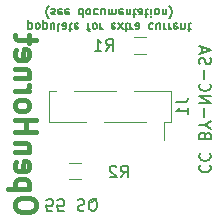
<source format=gbr>
G04 #@! TF.GenerationSoftware,KiCad,Pcbnew,(5.1.4-0-10_14)*
G04 #@! TF.CreationDate,2019-11-06T07:52:38+01:00*
G04 #@! TF.ProjectId,sq_indicator,73715f69-6e64-4696-9361-746f722e6b69,rev?*
G04 #@! TF.SameCoordinates,Original*
G04 #@! TF.FileFunction,Legend,Bot*
G04 #@! TF.FilePolarity,Positive*
%FSLAX46Y46*%
G04 Gerber Fmt 4.6, Leading zero omitted, Abs format (unit mm)*
G04 Created by KiCad (PCBNEW (5.1.4-0-10_14)) date 2019-11-06 07:52:38*
%MOMM*%
%LPD*%
G04 APERTURE LIST*
%ADD10C,0.150000*%
%ADD11C,0.400000*%
%ADD12C,0.175000*%
%ADD13C,0.120000*%
G04 APERTURE END LIST*
D10*
X175199337Y-97351646D02*
X175151718Y-97399265D01*
X175104099Y-97542122D01*
X175104099Y-97637360D01*
X175151718Y-97780218D01*
X175246956Y-97875456D01*
X175342194Y-97923075D01*
X175532670Y-97970694D01*
X175675527Y-97970694D01*
X175866003Y-97923075D01*
X175961241Y-97875456D01*
X176056480Y-97780218D01*
X176104099Y-97637360D01*
X176104099Y-97542122D01*
X176056480Y-97399265D01*
X176008860Y-97351646D01*
X175199337Y-96351646D02*
X175151718Y-96399265D01*
X175104099Y-96542122D01*
X175104099Y-96637360D01*
X175151718Y-96780218D01*
X175246956Y-96875456D01*
X175342194Y-96923075D01*
X175532670Y-96970694D01*
X175675527Y-96970694D01*
X175866003Y-96923075D01*
X175961241Y-96875456D01*
X176056480Y-96780218D01*
X176104099Y-96637360D01*
X176104099Y-96542122D01*
X176056480Y-96399265D01*
X176008860Y-96351646D01*
X175627908Y-94827837D02*
X175580289Y-94684980D01*
X175532670Y-94637360D01*
X175437432Y-94589741D01*
X175294575Y-94589741D01*
X175199337Y-94637360D01*
X175151718Y-94684980D01*
X175104099Y-94780218D01*
X175104099Y-95161170D01*
X176104099Y-95161170D01*
X176104099Y-94827837D01*
X176056480Y-94732599D01*
X176008860Y-94684980D01*
X175913622Y-94637360D01*
X175818384Y-94637360D01*
X175723146Y-94684980D01*
X175675527Y-94732599D01*
X175627908Y-94827837D01*
X175627908Y-95161170D01*
X175580289Y-93970694D02*
X175104099Y-93970694D01*
X176104099Y-94304027D02*
X175580289Y-93970694D01*
X176104099Y-93637360D01*
X175485051Y-93304027D02*
X175485051Y-92542122D01*
X175104099Y-92065932D02*
X176104099Y-92065932D01*
X175104099Y-91494503D01*
X176104099Y-91494503D01*
X175199337Y-90446884D02*
X175151718Y-90494503D01*
X175104099Y-90637360D01*
X175104099Y-90732599D01*
X175151718Y-90875456D01*
X175246956Y-90970694D01*
X175342194Y-91018313D01*
X175532670Y-91065932D01*
X175675527Y-91065932D01*
X175866003Y-91018313D01*
X175961241Y-90970694D01*
X176056480Y-90875456D01*
X176104099Y-90732599D01*
X176104099Y-90637360D01*
X176056480Y-90494503D01*
X176008860Y-90446884D01*
X175485051Y-90018313D02*
X175485051Y-89256408D01*
X175151718Y-88827837D02*
X175104099Y-88684980D01*
X175104099Y-88446884D01*
X175151718Y-88351646D01*
X175199337Y-88304027D01*
X175294575Y-88256408D01*
X175389813Y-88256408D01*
X175485051Y-88304027D01*
X175532670Y-88351646D01*
X175580289Y-88446884D01*
X175627908Y-88637360D01*
X175675527Y-88732599D01*
X175723146Y-88780218D01*
X175818384Y-88827837D01*
X175913622Y-88827837D01*
X176008860Y-88780218D01*
X176056480Y-88732599D01*
X176104099Y-88637360D01*
X176104099Y-88399265D01*
X176056480Y-88256408D01*
X175389813Y-87875456D02*
X175389813Y-87399265D01*
X175104099Y-87970694D02*
X176104099Y-87637360D01*
X175104099Y-87304027D01*
X162687432Y-101232599D02*
X162211241Y-101232599D01*
X162163622Y-100756408D01*
X162211241Y-100804027D01*
X162306480Y-100851646D01*
X162544575Y-100851646D01*
X162639813Y-100804027D01*
X162687432Y-100756408D01*
X162735051Y-100661170D01*
X162735051Y-100423075D01*
X162687432Y-100327837D01*
X162639813Y-100280218D01*
X162544575Y-100232599D01*
X162306480Y-100232599D01*
X162211241Y-100280218D01*
X162163622Y-100327837D01*
X163639813Y-101232599D02*
X163163622Y-101232599D01*
X163116003Y-100756408D01*
X163163622Y-100804027D01*
X163258860Y-100851646D01*
X163496956Y-100851646D01*
X163592194Y-100804027D01*
X163639813Y-100756408D01*
X163687432Y-100661170D01*
X163687432Y-100423075D01*
X163639813Y-100327837D01*
X163592194Y-100280218D01*
X163496956Y-100232599D01*
X163258860Y-100232599D01*
X163163622Y-100280218D01*
X163116003Y-100327837D01*
X164830289Y-100280218D02*
X164973146Y-100232599D01*
X165211241Y-100232599D01*
X165306480Y-100280218D01*
X165354099Y-100327837D01*
X165401718Y-100423075D01*
X165401718Y-100518313D01*
X165354099Y-100613551D01*
X165306480Y-100661170D01*
X165211241Y-100708789D01*
X165020765Y-100756408D01*
X164925527Y-100804027D01*
X164877908Y-100851646D01*
X164830289Y-100946884D01*
X164830289Y-101042122D01*
X164877908Y-101137360D01*
X164925527Y-101184980D01*
X165020765Y-101232599D01*
X165258860Y-101232599D01*
X165401718Y-101184980D01*
X166496956Y-100137360D02*
X166401718Y-100184980D01*
X166306480Y-100280218D01*
X166163622Y-100423075D01*
X166068384Y-100470694D01*
X165973146Y-100470694D01*
X166020765Y-100232599D02*
X165925527Y-100280218D01*
X165830289Y-100375456D01*
X165782670Y-100565932D01*
X165782670Y-100899265D01*
X165830289Y-101089741D01*
X165925527Y-101184980D01*
X166020765Y-101232599D01*
X166211241Y-101232599D01*
X166306480Y-101184980D01*
X166401718Y-101089741D01*
X166449337Y-100899265D01*
X166449337Y-100565932D01*
X166401718Y-100375456D01*
X166306480Y-100280218D01*
X166211241Y-100232599D01*
X166020765Y-100232599D01*
D11*
X161292194Y-100920694D02*
X161292194Y-100577837D01*
X161206480Y-100406408D01*
X161035051Y-100234980D01*
X160692194Y-100149265D01*
X160092194Y-100149265D01*
X159749337Y-100234980D01*
X159577908Y-100406408D01*
X159492194Y-100577837D01*
X159492194Y-100920694D01*
X159577908Y-101092122D01*
X159749337Y-101263551D01*
X160092194Y-101349265D01*
X160692194Y-101349265D01*
X161035051Y-101263551D01*
X161206480Y-101092122D01*
X161292194Y-100920694D01*
X160692194Y-99377837D02*
X158892194Y-99377837D01*
X160606480Y-99377837D02*
X160692194Y-99206408D01*
X160692194Y-98863551D01*
X160606480Y-98692122D01*
X160520765Y-98606408D01*
X160349337Y-98520694D01*
X159835051Y-98520694D01*
X159663622Y-98606408D01*
X159577908Y-98692122D01*
X159492194Y-98863551D01*
X159492194Y-99206408D01*
X159577908Y-99377837D01*
X159577908Y-97063551D02*
X159492194Y-97234980D01*
X159492194Y-97577837D01*
X159577908Y-97749265D01*
X159749337Y-97834980D01*
X160435051Y-97834980D01*
X160606480Y-97749265D01*
X160692194Y-97577837D01*
X160692194Y-97234980D01*
X160606480Y-97063551D01*
X160435051Y-96977837D01*
X160263622Y-96977837D01*
X160092194Y-97834980D01*
X160692194Y-96206408D02*
X159492194Y-96206408D01*
X160520765Y-96206408D02*
X160606480Y-96120694D01*
X160692194Y-95949265D01*
X160692194Y-95692122D01*
X160606480Y-95520694D01*
X160435051Y-95434980D01*
X159492194Y-95434980D01*
X159492194Y-94577837D02*
X161292194Y-94577837D01*
X160435051Y-94577837D02*
X160435051Y-93549265D01*
X159492194Y-93549265D02*
X161292194Y-93549265D01*
X159492194Y-92434980D02*
X159577908Y-92606408D01*
X159663622Y-92692122D01*
X159835051Y-92777837D01*
X160349337Y-92777837D01*
X160520765Y-92692122D01*
X160606480Y-92606408D01*
X160692194Y-92434980D01*
X160692194Y-92177837D01*
X160606480Y-92006408D01*
X160520765Y-91920694D01*
X160349337Y-91834980D01*
X159835051Y-91834980D01*
X159663622Y-91920694D01*
X159577908Y-92006408D01*
X159492194Y-92177837D01*
X159492194Y-92434980D01*
X159492194Y-91063551D02*
X160692194Y-91063551D01*
X160349337Y-91063551D02*
X160520765Y-90977837D01*
X160606480Y-90892122D01*
X160692194Y-90720694D01*
X160692194Y-90549265D01*
X160692194Y-89949265D02*
X159492194Y-89949265D01*
X160520765Y-89949265D02*
X160606480Y-89863551D01*
X160692194Y-89692122D01*
X160692194Y-89434980D01*
X160606480Y-89263551D01*
X160435051Y-89177837D01*
X159492194Y-89177837D01*
X159577908Y-87634980D02*
X159492194Y-87806408D01*
X159492194Y-88149265D01*
X159577908Y-88320694D01*
X159749337Y-88406408D01*
X160435051Y-88406408D01*
X160606480Y-88320694D01*
X160692194Y-88149265D01*
X160692194Y-87806408D01*
X160606480Y-87634980D01*
X160435051Y-87549265D01*
X160263622Y-87549265D01*
X160092194Y-88406408D01*
X160692194Y-87034980D02*
X160692194Y-86349265D01*
X161292194Y-86777837D02*
X159749337Y-86777837D01*
X159577908Y-86692122D01*
X159492194Y-86520694D01*
X159492194Y-86349265D01*
D12*
X160662866Y-85801039D02*
X160662866Y-85101039D01*
X160662866Y-85767705D02*
X160729533Y-85801039D01*
X160862866Y-85801039D01*
X160929533Y-85767705D01*
X160962866Y-85734372D01*
X160996199Y-85667705D01*
X160996199Y-85467705D01*
X160962866Y-85401039D01*
X160929533Y-85367705D01*
X160862866Y-85334372D01*
X160729533Y-85334372D01*
X160662866Y-85367705D01*
X161396199Y-85334372D02*
X161329533Y-85367705D01*
X161296199Y-85401039D01*
X161262866Y-85467705D01*
X161262866Y-85667705D01*
X161296199Y-85734372D01*
X161329533Y-85767705D01*
X161396199Y-85801039D01*
X161496199Y-85801039D01*
X161562866Y-85767705D01*
X161596199Y-85734372D01*
X161629533Y-85667705D01*
X161629533Y-85467705D01*
X161596199Y-85401039D01*
X161562866Y-85367705D01*
X161496199Y-85334372D01*
X161396199Y-85334372D01*
X161929533Y-85801039D02*
X161929533Y-85101039D01*
X161929533Y-85767705D02*
X161996199Y-85801039D01*
X162129533Y-85801039D01*
X162196199Y-85767705D01*
X162229533Y-85734372D01*
X162262866Y-85667705D01*
X162262866Y-85467705D01*
X162229533Y-85401039D01*
X162196199Y-85367705D01*
X162129533Y-85334372D01*
X161996199Y-85334372D01*
X161929533Y-85367705D01*
X162862866Y-85801039D02*
X162862866Y-85334372D01*
X162562866Y-85801039D02*
X162562866Y-85434372D01*
X162596199Y-85367705D01*
X162662866Y-85334372D01*
X162762866Y-85334372D01*
X162829533Y-85367705D01*
X162862866Y-85401039D01*
X163296199Y-85334372D02*
X163229533Y-85367705D01*
X163196199Y-85434372D01*
X163196199Y-86034372D01*
X163862866Y-85334372D02*
X163862866Y-85701039D01*
X163829533Y-85767705D01*
X163762866Y-85801039D01*
X163629533Y-85801039D01*
X163562866Y-85767705D01*
X163862866Y-85367705D02*
X163796199Y-85334372D01*
X163629533Y-85334372D01*
X163562866Y-85367705D01*
X163529533Y-85434372D01*
X163529533Y-85501039D01*
X163562866Y-85567705D01*
X163629533Y-85601039D01*
X163796199Y-85601039D01*
X163862866Y-85634372D01*
X164096199Y-85801039D02*
X164362866Y-85801039D01*
X164196199Y-86034372D02*
X164196199Y-85434372D01*
X164229533Y-85367705D01*
X164296199Y-85334372D01*
X164362866Y-85334372D01*
X164862866Y-85367705D02*
X164796199Y-85334372D01*
X164662866Y-85334372D01*
X164596199Y-85367705D01*
X164562866Y-85434372D01*
X164562866Y-85701039D01*
X164596199Y-85767705D01*
X164662866Y-85801039D01*
X164796199Y-85801039D01*
X164862866Y-85767705D01*
X164896199Y-85701039D01*
X164896199Y-85634372D01*
X164562866Y-85567705D01*
X165629533Y-85801039D02*
X165896199Y-85801039D01*
X165729533Y-85334372D02*
X165729533Y-85934372D01*
X165762866Y-86001039D01*
X165829533Y-86034372D01*
X165896199Y-86034372D01*
X166229533Y-85334372D02*
X166162866Y-85367705D01*
X166129533Y-85401039D01*
X166096199Y-85467705D01*
X166096199Y-85667705D01*
X166129533Y-85734372D01*
X166162866Y-85767705D01*
X166229533Y-85801039D01*
X166329533Y-85801039D01*
X166396199Y-85767705D01*
X166429533Y-85734372D01*
X166462866Y-85667705D01*
X166462866Y-85467705D01*
X166429533Y-85401039D01*
X166396199Y-85367705D01*
X166329533Y-85334372D01*
X166229533Y-85334372D01*
X166762866Y-85334372D02*
X166762866Y-85801039D01*
X166762866Y-85667705D02*
X166796199Y-85734372D01*
X166829533Y-85767705D01*
X166896199Y-85801039D01*
X166962866Y-85801039D01*
X167996199Y-85367705D02*
X167929533Y-85334372D01*
X167796199Y-85334372D01*
X167729533Y-85367705D01*
X167696199Y-85434372D01*
X167696199Y-85701039D01*
X167729533Y-85767705D01*
X167796199Y-85801039D01*
X167929533Y-85801039D01*
X167996199Y-85767705D01*
X168029533Y-85701039D01*
X168029533Y-85634372D01*
X167696199Y-85567705D01*
X168262866Y-85334372D02*
X168629533Y-85801039D01*
X168262866Y-85801039D02*
X168629533Y-85334372D01*
X168796199Y-85801039D02*
X169062866Y-85801039D01*
X168896199Y-86034372D02*
X168896199Y-85434372D01*
X168929533Y-85367705D01*
X168996199Y-85334372D01*
X169062866Y-85334372D01*
X169296199Y-85334372D02*
X169296199Y-85801039D01*
X169296199Y-85667705D02*
X169329533Y-85734372D01*
X169362866Y-85767705D01*
X169429533Y-85801039D01*
X169496199Y-85801039D01*
X170029533Y-85334372D02*
X170029533Y-85701039D01*
X169996199Y-85767705D01*
X169929533Y-85801039D01*
X169796199Y-85801039D01*
X169729533Y-85767705D01*
X170029533Y-85367705D02*
X169962866Y-85334372D01*
X169796199Y-85334372D01*
X169729533Y-85367705D01*
X169696199Y-85434372D01*
X169696199Y-85501039D01*
X169729533Y-85567705D01*
X169796199Y-85601039D01*
X169962866Y-85601039D01*
X170029533Y-85634372D01*
X171196199Y-85367705D02*
X171129533Y-85334372D01*
X170996199Y-85334372D01*
X170929533Y-85367705D01*
X170896199Y-85401039D01*
X170862866Y-85467705D01*
X170862866Y-85667705D01*
X170896199Y-85734372D01*
X170929533Y-85767705D01*
X170996199Y-85801039D01*
X171129533Y-85801039D01*
X171196199Y-85767705D01*
X171796199Y-85801039D02*
X171796199Y-85334372D01*
X171496199Y-85801039D02*
X171496199Y-85434372D01*
X171529533Y-85367705D01*
X171596199Y-85334372D01*
X171696199Y-85334372D01*
X171762866Y-85367705D01*
X171796199Y-85401039D01*
X172129533Y-85334372D02*
X172129533Y-85801039D01*
X172129533Y-85667705D02*
X172162866Y-85734372D01*
X172196199Y-85767705D01*
X172262866Y-85801039D01*
X172329533Y-85801039D01*
X172562866Y-85334372D02*
X172562866Y-85801039D01*
X172562866Y-85667705D02*
X172596199Y-85734372D01*
X172629533Y-85767705D01*
X172696199Y-85801039D01*
X172762866Y-85801039D01*
X173262866Y-85367705D02*
X173196199Y-85334372D01*
X173062866Y-85334372D01*
X172996199Y-85367705D01*
X172962866Y-85434372D01*
X172962866Y-85701039D01*
X172996199Y-85767705D01*
X173062866Y-85801039D01*
X173196199Y-85801039D01*
X173262866Y-85767705D01*
X173296199Y-85701039D01*
X173296199Y-85634372D01*
X172962866Y-85567705D01*
X173596199Y-85801039D02*
X173596199Y-85334372D01*
X173596199Y-85734372D02*
X173629533Y-85767705D01*
X173696199Y-85801039D01*
X173796199Y-85801039D01*
X173862866Y-85767705D01*
X173896199Y-85701039D01*
X173896199Y-85334372D01*
X174129533Y-85801039D02*
X174396199Y-85801039D01*
X174229533Y-86034372D02*
X174229533Y-85434372D01*
X174262866Y-85367705D01*
X174329533Y-85334372D01*
X174396199Y-85334372D01*
X162379533Y-83842705D02*
X162346199Y-83876039D01*
X162279533Y-83976039D01*
X162246199Y-84042705D01*
X162212866Y-84142705D01*
X162179533Y-84309372D01*
X162179533Y-84442705D01*
X162212866Y-84609372D01*
X162246199Y-84709372D01*
X162279533Y-84776039D01*
X162346199Y-84876039D01*
X162379533Y-84909372D01*
X162612866Y-84142705D02*
X162679533Y-84109372D01*
X162812866Y-84109372D01*
X162879533Y-84142705D01*
X162912866Y-84209372D01*
X162912866Y-84242705D01*
X162879533Y-84309372D01*
X162812866Y-84342705D01*
X162712866Y-84342705D01*
X162646199Y-84376039D01*
X162612866Y-84442705D01*
X162612866Y-84476039D01*
X162646199Y-84542705D01*
X162712866Y-84576039D01*
X162812866Y-84576039D01*
X162879533Y-84542705D01*
X163479533Y-84142705D02*
X163412866Y-84109372D01*
X163279533Y-84109372D01*
X163212866Y-84142705D01*
X163179533Y-84209372D01*
X163179533Y-84476039D01*
X163212866Y-84542705D01*
X163279533Y-84576039D01*
X163412866Y-84576039D01*
X163479533Y-84542705D01*
X163512866Y-84476039D01*
X163512866Y-84409372D01*
X163179533Y-84342705D01*
X164079533Y-84142705D02*
X164012866Y-84109372D01*
X163879533Y-84109372D01*
X163812866Y-84142705D01*
X163779533Y-84209372D01*
X163779533Y-84476039D01*
X163812866Y-84542705D01*
X163879533Y-84576039D01*
X164012866Y-84576039D01*
X164079533Y-84542705D01*
X164112866Y-84476039D01*
X164112866Y-84409372D01*
X163779533Y-84342705D01*
X165246199Y-84109372D02*
X165246199Y-84809372D01*
X165246199Y-84142705D02*
X165179533Y-84109372D01*
X165046199Y-84109372D01*
X164979533Y-84142705D01*
X164946199Y-84176039D01*
X164912866Y-84242705D01*
X164912866Y-84442705D01*
X164946199Y-84509372D01*
X164979533Y-84542705D01*
X165046199Y-84576039D01*
X165179533Y-84576039D01*
X165246199Y-84542705D01*
X165679533Y-84109372D02*
X165612866Y-84142705D01*
X165579533Y-84176039D01*
X165546199Y-84242705D01*
X165546199Y-84442705D01*
X165579533Y-84509372D01*
X165612866Y-84542705D01*
X165679533Y-84576039D01*
X165779533Y-84576039D01*
X165846199Y-84542705D01*
X165879533Y-84509372D01*
X165912866Y-84442705D01*
X165912866Y-84242705D01*
X165879533Y-84176039D01*
X165846199Y-84142705D01*
X165779533Y-84109372D01*
X165679533Y-84109372D01*
X166512866Y-84142705D02*
X166446199Y-84109372D01*
X166312866Y-84109372D01*
X166246199Y-84142705D01*
X166212866Y-84176039D01*
X166179533Y-84242705D01*
X166179533Y-84442705D01*
X166212866Y-84509372D01*
X166246199Y-84542705D01*
X166312866Y-84576039D01*
X166446199Y-84576039D01*
X166512866Y-84542705D01*
X167112866Y-84576039D02*
X167112866Y-84109372D01*
X166812866Y-84576039D02*
X166812866Y-84209372D01*
X166846199Y-84142705D01*
X166912866Y-84109372D01*
X167012866Y-84109372D01*
X167079533Y-84142705D01*
X167112866Y-84176039D01*
X167446199Y-84109372D02*
X167446199Y-84576039D01*
X167446199Y-84509372D02*
X167479533Y-84542705D01*
X167546199Y-84576039D01*
X167646199Y-84576039D01*
X167712866Y-84542705D01*
X167746199Y-84476039D01*
X167746199Y-84109372D01*
X167746199Y-84476039D02*
X167779533Y-84542705D01*
X167846199Y-84576039D01*
X167946199Y-84576039D01*
X168012866Y-84542705D01*
X168046199Y-84476039D01*
X168046199Y-84109372D01*
X168646199Y-84142705D02*
X168579533Y-84109372D01*
X168446199Y-84109372D01*
X168379533Y-84142705D01*
X168346199Y-84209372D01*
X168346199Y-84476039D01*
X168379533Y-84542705D01*
X168446199Y-84576039D01*
X168579533Y-84576039D01*
X168646199Y-84542705D01*
X168679533Y-84476039D01*
X168679533Y-84409372D01*
X168346199Y-84342705D01*
X168979533Y-84576039D02*
X168979533Y-84109372D01*
X168979533Y-84509372D02*
X169012866Y-84542705D01*
X169079533Y-84576039D01*
X169179533Y-84576039D01*
X169246199Y-84542705D01*
X169279533Y-84476039D01*
X169279533Y-84109372D01*
X169512866Y-84576039D02*
X169779533Y-84576039D01*
X169612866Y-84809372D02*
X169612866Y-84209372D01*
X169646199Y-84142705D01*
X169712866Y-84109372D01*
X169779533Y-84109372D01*
X170312866Y-84109372D02*
X170312866Y-84476039D01*
X170279533Y-84542705D01*
X170212866Y-84576039D01*
X170079533Y-84576039D01*
X170012866Y-84542705D01*
X170312866Y-84142705D02*
X170246199Y-84109372D01*
X170079533Y-84109372D01*
X170012866Y-84142705D01*
X169979533Y-84209372D01*
X169979533Y-84276039D01*
X170012866Y-84342705D01*
X170079533Y-84376039D01*
X170246199Y-84376039D01*
X170312866Y-84409372D01*
X170546199Y-84576039D02*
X170812866Y-84576039D01*
X170646199Y-84809372D02*
X170646199Y-84209372D01*
X170679533Y-84142705D01*
X170746199Y-84109372D01*
X170812866Y-84109372D01*
X171046199Y-84109372D02*
X171046199Y-84576039D01*
X171046199Y-84809372D02*
X171012866Y-84776039D01*
X171046199Y-84742705D01*
X171079533Y-84776039D01*
X171046199Y-84809372D01*
X171046199Y-84742705D01*
X171479533Y-84109372D02*
X171412866Y-84142705D01*
X171379533Y-84176039D01*
X171346199Y-84242705D01*
X171346199Y-84442705D01*
X171379533Y-84509372D01*
X171412866Y-84542705D01*
X171479533Y-84576039D01*
X171579533Y-84576039D01*
X171646199Y-84542705D01*
X171679533Y-84509372D01*
X171712866Y-84442705D01*
X171712866Y-84242705D01*
X171679533Y-84176039D01*
X171646199Y-84142705D01*
X171579533Y-84109372D01*
X171479533Y-84109372D01*
X172012866Y-84576039D02*
X172012866Y-84109372D01*
X172012866Y-84509372D02*
X172046199Y-84542705D01*
X172112866Y-84576039D01*
X172212866Y-84576039D01*
X172279533Y-84542705D01*
X172312866Y-84476039D01*
X172312866Y-84109372D01*
X172579533Y-83842705D02*
X172612866Y-83876039D01*
X172679533Y-83976039D01*
X172712866Y-84042705D01*
X172746199Y-84142705D01*
X172779533Y-84309372D01*
X172779533Y-84442705D01*
X172746199Y-84609372D01*
X172712866Y-84709372D01*
X172679533Y-84776039D01*
X172612866Y-84876039D01*
X172579533Y-84909372D01*
D13*
X172709533Y-93708539D02*
X172709533Y-91048539D01*
X162429533Y-93708539D02*
X162429533Y-91048539D01*
X172709533Y-91048539D02*
X169599533Y-91048539D01*
X172139533Y-93708539D02*
X172139533Y-95228539D01*
X172709533Y-93708539D02*
X172139533Y-93708539D01*
X162999533Y-91048539D02*
X162429533Y-91048539D01*
X168079533Y-91048539D02*
X164519533Y-91048539D01*
X170619533Y-93708539D02*
X167059533Y-93708539D01*
X165539533Y-93708539D02*
X162429533Y-93708539D01*
X169599533Y-87898539D02*
X170599533Y-87898539D01*
X170599533Y-86538539D02*
X169599533Y-86538539D01*
X165099533Y-97188539D02*
X164099533Y-97188539D01*
X164099533Y-98548539D02*
X165099533Y-98548539D01*
D10*
X173161913Y-92045205D02*
X173876199Y-92045205D01*
X174019056Y-91997586D01*
X174114294Y-91902348D01*
X174161913Y-91759491D01*
X174161913Y-91664253D01*
X174161913Y-93045205D02*
X174161913Y-92473777D01*
X174161913Y-92759491D02*
X173161913Y-92759491D01*
X173304771Y-92664253D01*
X173400009Y-92569015D01*
X173447628Y-92473777D01*
X167226199Y-87690919D02*
X167559533Y-87214729D01*
X167797628Y-87690919D02*
X167797628Y-86690919D01*
X167416675Y-86690919D01*
X167321437Y-86738539D01*
X167273818Y-86786158D01*
X167226199Y-86881396D01*
X167226199Y-87024253D01*
X167273818Y-87119491D01*
X167321437Y-87167110D01*
X167416675Y-87214729D01*
X167797628Y-87214729D01*
X166273818Y-87690919D02*
X166845247Y-87690919D01*
X166559533Y-87690919D02*
X166559533Y-86690919D01*
X166654771Y-86833777D01*
X166750009Y-86929015D01*
X166845247Y-86976634D01*
X168486199Y-98390919D02*
X168819533Y-97914729D01*
X169057628Y-98390919D02*
X169057628Y-97390919D01*
X168676675Y-97390919D01*
X168581437Y-97438539D01*
X168533818Y-97486158D01*
X168486199Y-97581396D01*
X168486199Y-97724253D01*
X168533818Y-97819491D01*
X168581437Y-97867110D01*
X168676675Y-97914729D01*
X169057628Y-97914729D01*
X168105247Y-97486158D02*
X168057628Y-97438539D01*
X167962390Y-97390919D01*
X167724294Y-97390919D01*
X167629056Y-97438539D01*
X167581437Y-97486158D01*
X167533818Y-97581396D01*
X167533818Y-97676634D01*
X167581437Y-97819491D01*
X168152866Y-98390919D01*
X167533818Y-98390919D01*
M02*

</source>
